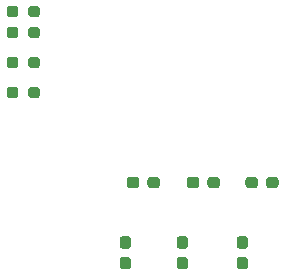
<source format=gbr>
%TF.GenerationSoftware,KiCad,Pcbnew,(5.1.7)-1*%
%TF.CreationDate,2021-06-08T21:15:34+03:00*%
%TF.ProjectId,RaspiAdapter,52617370-6941-4646-9170-7465722e6b69,rev?*%
%TF.SameCoordinates,Original*%
%TF.FileFunction,Paste,Bot*%
%TF.FilePolarity,Positive*%
%FSLAX46Y46*%
G04 Gerber Fmt 4.6, Leading zero omitted, Abs format (unit mm)*
G04 Created by KiCad (PCBNEW (5.1.7)-1) date 2021-06-08 21:15:34*
%MOMM*%
%LPD*%
G01*
G04 APERTURE LIST*
G04 APERTURE END LIST*
%TO.C,C102*%
G36*
G01*
X172195000Y-106155500D02*
X172195000Y-105680500D01*
G75*
G02*
X172432500Y-105443000I237500J0D01*
G01*
X173007500Y-105443000D01*
G75*
G02*
X173245000Y-105680500I0J-237500D01*
G01*
X173245000Y-106155500D01*
G75*
G02*
X173007500Y-106393000I-237500J0D01*
G01*
X172432500Y-106393000D01*
G75*
G02*
X172195000Y-106155500I0J237500D01*
G01*
G37*
G36*
G01*
X170445000Y-106155500D02*
X170445000Y-105680500D01*
G75*
G02*
X170682500Y-105443000I237500J0D01*
G01*
X171257500Y-105443000D01*
G75*
G02*
X171495000Y-105680500I0J-237500D01*
G01*
X171495000Y-106155500D01*
G75*
G02*
X171257500Y-106393000I-237500J0D01*
G01*
X170682500Y-106393000D01*
G75*
G02*
X170445000Y-106155500I0J237500D01*
G01*
G37*
%TD*%
%TO.C,C101*%
G36*
G01*
X169942500Y-112223000D02*
X170417500Y-112223000D01*
G75*
G02*
X170655000Y-112460500I0J-237500D01*
G01*
X170655000Y-113035500D01*
G75*
G02*
X170417500Y-113273000I-237500J0D01*
G01*
X169942500Y-113273000D01*
G75*
G02*
X169705000Y-113035500I0J237500D01*
G01*
X169705000Y-112460500D01*
G75*
G02*
X169942500Y-112223000I237500J0D01*
G01*
G37*
G36*
G01*
X169942500Y-110473000D02*
X170417500Y-110473000D01*
G75*
G02*
X170655000Y-110710500I0J-237500D01*
G01*
X170655000Y-111285500D01*
G75*
G02*
X170417500Y-111523000I-237500J0D01*
G01*
X169942500Y-111523000D01*
G75*
G02*
X169705000Y-111285500I0J237500D01*
G01*
X169705000Y-110710500D01*
G75*
G02*
X169942500Y-110473000I237500J0D01*
G01*
G37*
%TD*%
%TO.C,R104*%
G36*
G01*
X152063000Y-95995500D02*
X152063000Y-95520500D01*
G75*
G02*
X152300500Y-95283000I237500J0D01*
G01*
X152800500Y-95283000D01*
G75*
G02*
X153038000Y-95520500I0J-237500D01*
G01*
X153038000Y-95995500D01*
G75*
G02*
X152800500Y-96233000I-237500J0D01*
G01*
X152300500Y-96233000D01*
G75*
G02*
X152063000Y-95995500I0J237500D01*
G01*
G37*
G36*
G01*
X150238000Y-95995500D02*
X150238000Y-95520500D01*
G75*
G02*
X150475500Y-95283000I237500J0D01*
G01*
X150975500Y-95283000D01*
G75*
G02*
X151213000Y-95520500I0J-237500D01*
G01*
X151213000Y-95995500D01*
G75*
G02*
X150975500Y-96233000I-237500J0D01*
G01*
X150475500Y-96233000D01*
G75*
G02*
X150238000Y-95995500I0J237500D01*
G01*
G37*
%TD*%
%TO.C,R103*%
G36*
G01*
X152063000Y-91677500D02*
X152063000Y-91202500D01*
G75*
G02*
X152300500Y-90965000I237500J0D01*
G01*
X152800500Y-90965000D01*
G75*
G02*
X153038000Y-91202500I0J-237500D01*
G01*
X153038000Y-91677500D01*
G75*
G02*
X152800500Y-91915000I-237500J0D01*
G01*
X152300500Y-91915000D01*
G75*
G02*
X152063000Y-91677500I0J237500D01*
G01*
G37*
G36*
G01*
X150238000Y-91677500D02*
X150238000Y-91202500D01*
G75*
G02*
X150475500Y-90965000I237500J0D01*
G01*
X150975500Y-90965000D01*
G75*
G02*
X151213000Y-91202500I0J-237500D01*
G01*
X151213000Y-91677500D01*
G75*
G02*
X150975500Y-91915000I-237500J0D01*
G01*
X150475500Y-91915000D01*
G75*
G02*
X150238000Y-91677500I0J237500D01*
G01*
G37*
%TD*%
%TO.C,R102*%
G36*
G01*
X151213000Y-98060500D02*
X151213000Y-98535500D01*
G75*
G02*
X150975500Y-98773000I-237500J0D01*
G01*
X150475500Y-98773000D01*
G75*
G02*
X150238000Y-98535500I0J237500D01*
G01*
X150238000Y-98060500D01*
G75*
G02*
X150475500Y-97823000I237500J0D01*
G01*
X150975500Y-97823000D01*
G75*
G02*
X151213000Y-98060500I0J-237500D01*
G01*
G37*
G36*
G01*
X153038000Y-98060500D02*
X153038000Y-98535500D01*
G75*
G02*
X152800500Y-98773000I-237500J0D01*
G01*
X152300500Y-98773000D01*
G75*
G02*
X152063000Y-98535500I0J237500D01*
G01*
X152063000Y-98060500D01*
G75*
G02*
X152300500Y-97823000I237500J0D01*
G01*
X152800500Y-97823000D01*
G75*
G02*
X153038000Y-98060500I0J-237500D01*
G01*
G37*
%TD*%
%TO.C,R101*%
G36*
G01*
X152063000Y-93455500D02*
X152063000Y-92980500D01*
G75*
G02*
X152300500Y-92743000I237500J0D01*
G01*
X152800500Y-92743000D01*
G75*
G02*
X153038000Y-92980500I0J-237500D01*
G01*
X153038000Y-93455500D01*
G75*
G02*
X152800500Y-93693000I-237500J0D01*
G01*
X152300500Y-93693000D01*
G75*
G02*
X152063000Y-93455500I0J237500D01*
G01*
G37*
G36*
G01*
X150238000Y-93455500D02*
X150238000Y-92980500D01*
G75*
G02*
X150475500Y-92743000I237500J0D01*
G01*
X150975500Y-92743000D01*
G75*
G02*
X151213000Y-92980500I0J-237500D01*
G01*
X151213000Y-93455500D01*
G75*
G02*
X150975500Y-93693000I-237500J0D01*
G01*
X150475500Y-93693000D01*
G75*
G02*
X150238000Y-93455500I0J237500D01*
G01*
G37*
%TD*%
%TO.C,C108*%
G36*
G01*
X162148000Y-106155500D02*
X162148000Y-105680500D01*
G75*
G02*
X162385500Y-105443000I237500J0D01*
G01*
X162960500Y-105443000D01*
G75*
G02*
X163198000Y-105680500I0J-237500D01*
G01*
X163198000Y-106155500D01*
G75*
G02*
X162960500Y-106393000I-237500J0D01*
G01*
X162385500Y-106393000D01*
G75*
G02*
X162148000Y-106155500I0J237500D01*
G01*
G37*
G36*
G01*
X160398000Y-106155500D02*
X160398000Y-105680500D01*
G75*
G02*
X160635500Y-105443000I237500J0D01*
G01*
X161210500Y-105443000D01*
G75*
G02*
X161448000Y-105680500I0J-237500D01*
G01*
X161448000Y-106155500D01*
G75*
G02*
X161210500Y-106393000I-237500J0D01*
G01*
X160635500Y-106393000D01*
G75*
G02*
X160398000Y-106155500I0J237500D01*
G01*
G37*
%TD*%
%TO.C,C106*%
G36*
G01*
X160036500Y-112223000D02*
X160511500Y-112223000D01*
G75*
G02*
X160749000Y-112460500I0J-237500D01*
G01*
X160749000Y-113035500D01*
G75*
G02*
X160511500Y-113273000I-237500J0D01*
G01*
X160036500Y-113273000D01*
G75*
G02*
X159799000Y-113035500I0J237500D01*
G01*
X159799000Y-112460500D01*
G75*
G02*
X160036500Y-112223000I237500J0D01*
G01*
G37*
G36*
G01*
X160036500Y-110473000D02*
X160511500Y-110473000D01*
G75*
G02*
X160749000Y-110710500I0J-237500D01*
G01*
X160749000Y-111285500D01*
G75*
G02*
X160511500Y-111523000I-237500J0D01*
G01*
X160036500Y-111523000D01*
G75*
G02*
X159799000Y-111285500I0J237500D01*
G01*
X159799000Y-110710500D01*
G75*
G02*
X160036500Y-110473000I237500J0D01*
G01*
G37*
%TD*%
%TO.C,C105*%
G36*
G01*
X167228000Y-106155500D02*
X167228000Y-105680500D01*
G75*
G02*
X167465500Y-105443000I237500J0D01*
G01*
X168040500Y-105443000D01*
G75*
G02*
X168278000Y-105680500I0J-237500D01*
G01*
X168278000Y-106155500D01*
G75*
G02*
X168040500Y-106393000I-237500J0D01*
G01*
X167465500Y-106393000D01*
G75*
G02*
X167228000Y-106155500I0J237500D01*
G01*
G37*
G36*
G01*
X165478000Y-106155500D02*
X165478000Y-105680500D01*
G75*
G02*
X165715500Y-105443000I237500J0D01*
G01*
X166290500Y-105443000D01*
G75*
G02*
X166528000Y-105680500I0J-237500D01*
G01*
X166528000Y-106155500D01*
G75*
G02*
X166290500Y-106393000I-237500J0D01*
G01*
X165715500Y-106393000D01*
G75*
G02*
X165478000Y-106155500I0J237500D01*
G01*
G37*
%TD*%
%TO.C,C103*%
G36*
G01*
X164862500Y-112223000D02*
X165337500Y-112223000D01*
G75*
G02*
X165575000Y-112460500I0J-237500D01*
G01*
X165575000Y-113035500D01*
G75*
G02*
X165337500Y-113273000I-237500J0D01*
G01*
X164862500Y-113273000D01*
G75*
G02*
X164625000Y-113035500I0J237500D01*
G01*
X164625000Y-112460500D01*
G75*
G02*
X164862500Y-112223000I237500J0D01*
G01*
G37*
G36*
G01*
X164862500Y-110473000D02*
X165337500Y-110473000D01*
G75*
G02*
X165575000Y-110710500I0J-237500D01*
G01*
X165575000Y-111285500D01*
G75*
G02*
X165337500Y-111523000I-237500J0D01*
G01*
X164862500Y-111523000D01*
G75*
G02*
X164625000Y-111285500I0J237500D01*
G01*
X164625000Y-110710500D01*
G75*
G02*
X164862500Y-110473000I237500J0D01*
G01*
G37*
%TD*%
M02*

</source>
